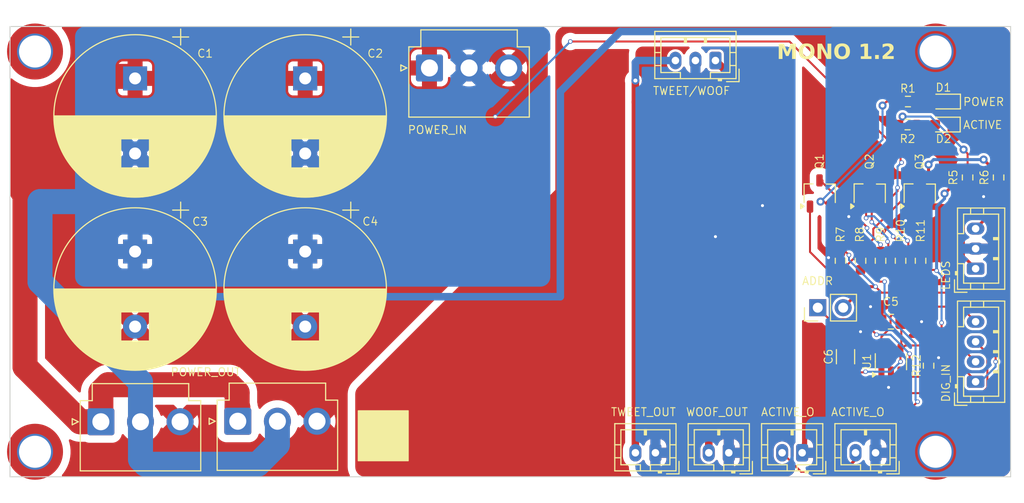
<source format=kicad_pcb>
(kicad_pcb (version 20241229) (generator "pcbnew") (generator_version "9.0")
  (layers (0 "F.Cu" signal) (2 "B.Cu" signal) (13 "F.Paste" user) (15 "B.Paste" user) (5 "F.SilkS" user "F.Silkscreen") (7 "B.SilkS" user "B.Silkscreen") (1 "F.Mask" user) (3 "B.Mask" user) (25 "Edge.Cuts" user))
  (net 0 "")
  (net 1 "PGND")
  (net 2 "POS")
  (net 3 "NEG")
  (net 4 "3V3")
  (net 5 "SCL")
  (net 6 "SDA")
  (net 7 "TWEETER")
  (net 8 "WOOFER")
  (net 9 "ACTIVE_IN")
  (net 10 "ACTIVE_OUT")
  (net 11 "AGND")
  (net 12 "Net-(Q1-B)")
  (net 13 "Net-(Q1-C)")
  (net 14 "Net-(Q2-B)")
  (net 15 "Net-(Q3-B)")
  (net 16 "ACTIVE_NEG")
  (net 17 "Net-(D1-A)")
  (net 18 "LED_ACTIVE")
  (net 19 "LED_STANDBY")
  (net 20 "Net-(D2-A)")
  (net 21 "Net-(J4-Pin_1)")
  (footprint "Capacitor_THT:CP_Radial_D16.0mm_P7.50mm" (layer "F.Cu") (at 98.4 95.987246 -90)
    (property "Reference" "C3")
    (property "Value" "2200u 50V")
  )
  (footprint "Connector_JST:JST_PH_B2B-PH-K_1x02_P2.00mm_Vertical" (layer "F.Cu") (at 150.4 116.1 180)
    (property "Reference" "J8" (hide yes))
    (property "Value" "Conn_01x02_Pin")
  )
  (footprint "Capacitor_THT:CP_Radial_D16.0mm_P7.50mm" (layer "F.Cu") (at 98.4 78.687246 -90)
    (property "Reference" "C1")
    (property "Value" "2200u 50V")
  )
  (footprint "Resistor_SMD:R_0603_1608Metric_Pad0.98x0.95mm_HandSolder" (layer "F.Cu") (at 174.9 96.9125 90)
    (property "Reference" "R10")
    (property "Value" "50K")
  )
  (footprint "MountingHole:MountingHole_3.2mm_M3_DIN965_Pad_TopOnly" (layer "F.Cu") (at 88.4 76 90)
    (property "Reference" "H1" (hide yes))
    (property "Value" "MountingHole")
  )
  (footprint "MountingHole:MountingHole_3.2mm_M3_DIN965_Pad_TopOnly" (layer "F.Cu") (at 88.4 116 90)
    (property "Reference" "H3" (hide yes))
    (property "Value" "MountingHole")
  )
  (footprint "MountingHole:MountingHole_3.2mm_M3_DIN965_Pad_TopOnly" (layer "F.Cu") (at 178.4 76 90)
    (property "Reference" "H2" (hide yes))
    (property "Value" "MountingHole")
  )
  (footprint "Connector_JST:JST_VH_B3P-VH-B_1x03_P3.96mm_Vertical" (layer "F.Cu") (at 108.6625 112.95)
    (property "Reference" "J6" (hide yes))
    (property "Value" "Conn_01x03_Male")
  )
  (footprint "Connector_JST:JST_VH_B3P-VH-B_1x03_P3.96mm_Vertical" (layer "F.Cu") (at 94.98 113)
    (property "Reference" "J7" (hide yes))
    (property "Value" "Conn_01x03_Male")
  )
  (footprint "Package_TO_SOT_SMD:TSOT-23" (layer "F.Cu") (at 166.8 90.19 90)
    (property "Reference" "Q1")
    (property "Value" "BC807")
  )
  (footprint "Connector_JST:JST_PH_B2B-PH-K_1x02_P2.00mm_Vertical" (layer "F.Cu") (at 157.733333 116.1 180)
    (property "Reference" "J9" (hide yes))
    (property "Value" "Conn_01x02_Pin")
  )
  (footprint "Connector_JST:JST_PH_B2B-PH-K_1x02_P2.00mm_Vertical" (layer "F.Cu") (at 165.066666 116.1 180)
    (property "Reference" "J10" (hide yes))
    (property "Value" "Conn_01x02_Pin")
  )
  (footprint "Connector_JST:JST_PH_B3B-PH-K_1x03_P2.00mm_Vertical" (layer "F.Cu") (at 182.4 97.7 90)
    (property "Reference" "J3" (hide yes))
    (property "Value" "Conn_01x03_Pin")
  )
  (footprint "Resistor_SMD:R_0603_1608Metric_Pad0.98x0.95mm_HandSolder" (layer "F.Cu") (at 170.9 96.9125 -90)
    (property "Reference" "R8")
    (property "Value" "1K")
  )
  (footprint "Connector_JST:JST_VH_B3P-VH-B_1x03_P3.96mm_Vertical" (layer "F.Cu") (at 127.8175 77.64375)
    (property "Reference" "J2" (hide yes))
    (property "Value" "Conn_01x03_Male")
  )
  (footprint "Capacitor_SMD:C_0805_2012Metric_Pad1.18x1.45mm_HandSolder" (layer "F.Cu") (at 173.9375 103 180)
    (property "Reference" "C5")
    (property "Value" "0.1u")
  )
  (footprint "Connector_PinHeader_2.54mm:PinHeader_1x02_P2.54mm_Vertical" (layer "F.Cu") (at 166.625 101.6 90)
    (property "Reference" "J4" (hide yes))
    (property "Value" "Conn_01x02_Pin")
  )
  (footprint "Package_TO_SOT_SMD:TSOT-23" (layer "F.Cu") (at 171.8 90.19 90)
    (property "Reference" "Q2")
    (property "Value" "BC817K-40")
  )
  (footprint "Capacitor_THT:CP_Radial_D16.0mm_P7.50mm" (layer "F.Cu") (at 115.4 95.987246 -90)
    (property "Reference" "C4")
    (property "Value" "2200u 50V")
  )
  (footprint "Connector_JST:JST_PH_B3B-PH-K_1x03_P2.00mm_Vertical" (layer "F.Cu") (at 156.4 76.9 180)
    (property "Reference" "J1" (hide yes))
    (property "Value" "Conn_01x03_Pin")
  )
  (footprint "Connector_JST:JST_PH_B2B-PH-K_1x02_P2.00mm_Vertical" (layer "F.Cu") (at 172.4 116.1 180)
    (property "Reference" "J11" (hide yes))
    (property "Value" "Conn_01x02_Pin")
  )
  (footprint "LED_SMD:LED_0603_1608Metric_Pad1.05x0.95mm_HandSolder" (layer "F.Cu") (at 179.225 81 180)
    (property "Reference" "D1")
    (property "Value" "BLUE")
  )
  (footprint "LED_SMD:LED_0603_1608Metric_Pad1.05x0.95mm_HandSolder" (layer "F.Cu") (at 179.2 83.3 180)
    (property "Reference" "D2")
    (property "Value" "RED")
  )
  (footprint "Capacitor_THT:CP_Radial_D16.0mm_P7.50mm" (layer "F.Cu") (at 115.4 78.687246 -90)
    (property "Reference" "C2")
    (property "Value" "2200u 50V")
  )
  (footprint "Resistor_SMD:R_0603_1608Metric_Pad0.98x0.95mm_HandSolder" (layer "F.Cu") (at 181.6 88.5875 90)
    (property "Reference" "R5")
    (property "Value" "550R")
  )
  (footprint "Resistor_SMD:R_0603_1608Metric_Pad0.98x0.95mm_HandSolder" (layer "F.Cu") (at 172.9 96.9125 90)
    (property "Reference" "R9")
    (property "Value" "100K")
  )
  (footprint "Resistor_SMD:R_0603_1608Metric_Pad0.98x0.95mm_HandSolder" (layer "F.Cu") (at 184.7 88.5875 90)
    (property "Reference" "R6")
    (property "Value" "150R")
  )
  (footprint "Connector_JST:JST_PH_B4B-PH-K_1x04_P2.00mm_Vertical" (layer "F.Cu") (at 182.4 109 90)
    (property "Reference" "J5" (hide yes))
    (property "Value" "Conn_01x04_Pin")
  )
  (footprint "Resistor_SMD:R_0603_1608Metric_Pad0.98x0.95mm_HandSolder" (layer "F.Cu") (at 175.6375 81 180)
    (property "Reference" "R1")
    (property "Value" "150R")
  )
  (footprint "Resistor_SMD:R_0603_1608Metric_Pad0.98x0.95mm_HandSolder" (layer "F.Cu") (at 176.9 96.9125 90)
    (property "Reference" "R11")
    (property "Value" "1K")
  )
  (footprint "Resistor_SMD:R_0603_1608Metric_Pad0.98x0.95mm_HandSolder" (layer "F.Cu") (at 177.7 107.4 90)
    (property "Reference" "R12")
    (property "Value" "4.7k")
  )
  (footprint "MountingHole:MountingHole_3.2mm_M3_DIN965_Pad_TopOnly" (layer "F.Cu") (at 178.4 116 90)
    (property "Reference" "H4" (hide yes))
    (property "Value" "MountingHole")
  )
  (footprint "Package_TO_SOT_SMD:TSOT-23" (layer "F.Cu") (at 176.8 90.19 90)
    (property "Reference" "Q3")
    (property "Value" "BC817K-40")
  )
  (footprint "Resistor_SMD:R_0603_1608Metric_Pad0.98x0.95mm_HandSolder" (layer "F.Cu") (at 168.9 96.9125 90)
    (property "Reference" "R7")
    (property "Value" "10k")
  )
  (footprint "Capacitor_SMD:C_1206_3216Metric_Pad1.33x1.80mm_HandSolder" (layer "F.Cu") (at 169.4 106.5 90)
    (property "Reference" "C6")
    (property "Value" "10u")
  )
  (footprint "Resistor_SMD:R_0603_1608Metric_Pad0.98x0.95mm_HandSolder" (layer "F.Cu") (at 175.6 83.3 180)
    (property "Reference" "R2")
    (property "Value" "300R")
  )
  (footprint "Package_TO_SOT_SMD:SOT-23-6" (layer "F.Cu") (at 173.9375 107 90)
    (property "Reference" "U1")
    (property "Value" "TMP100")
  )
  (gr_rect (start 120.7 111.9) (end 125.7 116.9) (stroke (width 0.1)) (fill yes) (layer "F.SilkS"))
  (gr_line (start 85.9 118.5) (end 85.9 73.5) (stroke (width 0.1)) (layer "Edge.Cuts"))
  (gr_line (start 85.9 73.5) (end 185.9 73.5) (stroke (width 0.1)) (layer "Edge.Cuts"))
  (gr_line (start 185.9 73.5) (end 185.9 118.5) (stroke (width 0.1)) (layer "Edge.Cuts"))
  (gr_line (start 185.9 118.5) (end 85.9 118.5) (stroke (width 0.1)) (layer "Edge.Cuts"))
  (gr_text "LEDS" (at 179.9 99.9 90) (layer "F.SilkS") (effects (font (size 0.8 0.8) (thickness 0.1)) (justify left bottom)))
  (gr_text "DIG_IN" (at 179.9 111.1 90) (layer "F.SilkS") (effects (font (size 0.8 0.8) (thickness 0.1)) (justify left bottom)))
  (gr_text "ACTIVE" (at 181.1 83.8 0) (layer "F.SilkS") (effects (font (size 0.8 0.8) (thickness 0.1)) (justify left bottom)))
  (gr_text "POWER" (at 181.1 81.5 0) (layer "F.SilkS") (effects (font (size 0.8 0.8) (thickness 0.1)) (justify left bottom)))
  (gr_text "WOOF_OUT" (at 153.4 112.5 0) (layer "F.SilkS") (effects (font (size 0.8 0.8) (thickness 0.1)) (justify left bottom)))
  (gr_text "ADDR" (at 165 99.4 0) (layer "F.SilkS") (effects (font (size 0.8 0.8) (thickness 0.1)) (justify left bottom)))
  (gr_text "ACTIVE_O" (at 160.9 112.5 0) (layer "F.SilkS") (effects (font (size 0.8 0.8) (thickness 0.1)) (justify left bottom)))
  (gr_text "POWER_OUT" (at 101.9 108.5 0) (layer "F.SilkS") (effects (font (size 0.8 0.8) (thickness 0.1)) (justify left bottom)))
  (gr_text "POWER_IN" (at 125.6 84.3 0) (layer "F.SilkS") (effects (font (size 0.8 0.8) (thickness 0.1)) (justify left bottom)))
  (gr_text "TWEET/WOOF" (at 150.1 80.4 0) (layer "F.SilkS") (effects (font (size 0.8 0.8) (thickness 0.1)) (justify left bottom)))
  (gr_text "MONO 1.2" (at 174.4 77 0) (layer "F.SilkS") (effects (font (size 1.5 1.5) (thickness 0.1) (bold yes)) (justify right bottom)))
  (gr_text "TWEET_OUT" (at 145.9 112.5 0) (layer "F.SilkS") (effects (font (size 0.8 0.8) (thickness 0.1)) (justify left bottom)))
  (gr_text "ACTIVE_O" (at 167.9 112.5 0) (layer "F.SilkS") (effects (font (size 0.8 0.8) (thickness 0.1)) (justify left bottom)))
  (segment (start 172.9 102.5) (end 171.9 101.5) (width 0.2) (layer "F.Cu") (net 1))
  (segment (start 173.9375 109.328851) (end 173.70049 109.565861) (width 0.2) (layer "F.Cu") (net 1))
  (segment (start 177.7 106.4875) (end 178.5875 106.4875) (width 0.3) (layer "F.Cu") (net 1))
  (segment (start 173.9375 108.1375) (end 173.9375 109.328851) (width 0.2) (layer "F.Cu") (net 1))
  (segment (start 178.5875 106.4875) (end 178.7 106.6) (width 0.3) (layer "F.Cu") (net 1))
  (segment (start 169.9625 104.9375) (end 170.9 104) (width 0.2) (layer "F.Cu") (net 1))
  (via (at 170.9 104) (size 0.45) (drill 0.3) (layers "F.Cu" "B.Cu") (net 1))
  (via (at 169.725 92.5) (size 0.45) (drill 0.3) (layers "F.Cu" "B.Cu") (net 1))
  (via (at 167.7 96.6) (size 0.45) (drill 0.3) (layers "F.Cu" "B.Cu") (net 1))
  (via (at 178.7 106.6) (size 0.45) (drill 0.3) (layers "F.Cu" "B.Cu") (net 1))
  (via (at 171.9 101.5) (size 0.45) (drill 0.3) (layers "F.Cu" "B.Cu") (net 1))
  (via (at 175.4 92.9) (size 0.45) (drill 0.3) (layers "F.Cu" "B.Cu") (net 1))
  (via (at 177 103) (size 0.45) (drill 0.3) (layers "F.Cu" "B.Cu") (net 1))
  (via (at 173.70049 109.565861) (size 0.45) (drill 0.3) (layers "F.Cu" "B.Cu") (net 1))
  (via (at 183.2 90.5) (size 0.45) (drill 0.3) (layers "F.Cu" "B.Cu") (net 1))
  (segment (start 88.9 91) (end 97.4 91) (width 2.5) (layer "B.Cu") (net 1))
  (segment (start 99.45 117.25) (end 98.94 116.74) (width 2.5) (layer "B.Cu") (net 1))
  (segment (start 139.9 100.5) (end 92.4 100.5) (width 0.75) (layer "B.Cu") (net 1))
  (segment (start 98.94 109.04) (end 91.4 101.5) (width 2.5) (layer "B.Cu") (net 1))
  (segment (start 167.9 74) (end 146.9 74) (width 0.75) (layer "B.Cu") (net 1))
  (segment (start 140.9 80) (end 140.9 100.5) (width 0.75) (layer "B.Cu") (net 1))
  (segment (start 97.4 91) (end 97.9 90.5) (width 2.5) (layer "B.Cu") (net 1))
  (segment (start 92.4 100.5) (end 91.4 101.5) (width 0.75) (layer "B.Cu") (net 1))
  (segment (start 140.9 100.5) (end 139.9 100.5) (width 0.75) (layer "B.Cu") (net 1))
  (segment (start 98.94 113) (end 98.94 109.04) (width 2.5) (layer "B.Cu") (net 1))
  (segment (start 88.9 99) (end 88.9 91) (width 2.5) (layer "B.Cu") (net 1))
  (segment (start 112.6225 115.2775) (end 110.65 117.25) (width 2.5) (layer "B.Cu") (net 1))
  (segment (start 112.6225 112.95) (end 112.6225 115.2775) (width 2.5) (layer "B.Cu") (net 1))
  (segment (start 146.9 74) (end 140.9 80) (width 0.75) (layer "B.Cu") (net 1))
  (segment (start 91.4 101.5) (end 88.9 99) (width 2.5) (layer "B.Cu") (net 1))
  (segment (start 98.94 116.74) (end 98.94 113) (width 2.5) (layer "B.Cu") (net 1))
  (segment (start 110.65 117.25) (end 99.45 117.25) (width 2.5) (layer "B.Cu") (net 1))
  (segment (start 94.98 113) (end 94.98 110.02) (width 2.5) (layer "F.Cu") (net 2))
  (segment (start 87.4 85.25) (end 87.4 107.5) (width 2.5) (layer "F.Cu") (net 2))
  (segment (start 94.312754 78.487246) (end 87.8 85) (width 2.5) (layer "F.Cu") (net 2))
  (segment (start 127.8175 77.64375) (end 127.7 77.76125) (width 2.5) (layer "F.Cu") (net 2))
  (segment (start 92.9 113) (end 94.98 113) (width 2.5) (layer "F.Cu") (net 2))
  (segment (start 108.6 111.5) (end 108.6625 111.5625) (width 2.5) (layer "F.Cu") (net 2))
  (segment (start 108.6 110.1) (end 108.6 111.5) (width 2.5) (layer "F.Cu") (net 2))
  (segment (start 94.98 110.02) (end 95.7 109.3) (width 2.5) (layer "F.Cu") (net 2))
  (segment (start 95.7 109.3) (end 107.8 109.3) (width 2.5) (layer "F.Cu") (net 2))
  (segment (start 108.6625 111.5625) (end 108.6625 112.95) (width 2.5) (layer "F.Cu") (net 2))
  (segment (start 107.8 109.3) (end 108.6 110.1) (width 2.5) (layer "F.Cu") (net 2))
  (segment (start 87.4 107.5) (end 92.9 113) (width 2.5) (layer "F.Cu") (net 2))
  (segment (start 98.4 78.487246) (end 94.312754 78.487246) (width 2.5) (layer "F.Cu") (net 2))
  (segment (start 141.9 75) (end 163.8 75) (width 0.2) (layer "F.Cu") (net 3))
  (segment (start 174.9 86.1) (end 174.9 87) (width 0.2) (layer "F.Cu") (net 3))
  (segment (start 173.05 91.5) (end 174.6 89.95) (width 0.2) (layer "F.Cu") (net 3))
  (segment (start 116.5825 112.95) (end 116.5825 116.1175) (width 2.5) (layer "F.Cu") (net 3))
  (segment (start 103.35 117.25) (end 103.1 117) (width 2.5) (layer "F.Cu") (net 3))
  (segment (start 116.5825 116.1175) (end 115.45 117.25) (width 2.5) (layer "F.Cu") (net 3))
  (segment (start 116.5825 112.95) (end 116.5825 104.6825) (width 2.5) (layer "F.Cu") (net 3))
  (segment (start 174.6 89.95) (end 174.6 89.6) (width 0.2) (layer "F.Cu") (net 3))
  (segment (start 103.1 117) (end 103.1 115.6) (width 2.5) (layer "F.Cu") (net 3))
  (segment (start 103.1 115.6) (end 102.9 115.4) (width 2.5) (layer "F.Cu") (net 3))
  (segment (start 174.9 87) (end 175 87.1) (width 0.2) (layer "F.Cu") (net 3))
  (segment (start 163.8 75) (end 174.9 86.1) (width 0.2) (layer "F.Cu") (net 3))
  (segment (start 175.675 94.975) (end 175.6 94.9) (width 0.2) (layer "F.Cu") (net 3))
  (segment (start 175.675 97.05) (end 175.675 94.975) (width 0.2) (layer "F.Cu") (net 3))
  (segment (start 115.45 117.25) (end 103.35 117.25) (width 2.5) (layer "F.Cu") (net 3))
  (segment (start 102.9 115.4) (end 102.9 113) (width 2.5) (layer "F.Cu") (net 3))
  (segment (start 116.5825 104.6825) (end 115.4 103.5) (width 2.5) (layer "F.Cu") (net 3))
  (segment (start 174.9 97.825) (end 175.675 97.05) (width 0.2) (layer "F.Cu") (net 3))
  (via (at 175 87.1) (size 0.45) (drill 0.3) (layers "F.Cu" "B.Cu") (net 3))
  (via (at 141.9 75) (size 0.45) (drill 0.3) (layers "F.Cu" "B.Cu") (net 3))
  (via (at 134.4 82.5) (size 0.45) (drill 0.3) (layers "F.Cu" "B.Cu") (net 3))
  (via (at 175.6 94.9) (size 0.45) (drill 0.3) (layers "F.Cu" "B.Cu") (net 3))
  (via (at 174.6 89.6) (size 0.45) (drill 0.3) (layers "F.Cu" "B.Cu") (net 3))
  (segment (start 174.6 87.5) (end 174.6 89.6) (width 0.2) (layer "B.Cu") (net 3))
  (segment (start 174.6 89.6) (end 174.5 89.7) (width 0.2) (layer "B.Cu") (net 3))
  (segment (start 174.5 93.8) (end 175.6 94.9) (width 0.2) (layer "B.Cu") (net 3))
  (segment (start 174.5 89.7) (end 174.5 93.8) (width 0.2) (layer "B.Cu") (net 3))
  (segment (start 175 87.1) (end 174.6 87.5) (width 0.2) (layer "B.Cu") (net 3))
  (segment (start 134.4 82.5) (end 141.9 75) (width 0.2) (layer "B.Cu") (net 3))
  (segment (start 174.8875 106.9875) (end 174.9 107) (width 0.2) (layer "F.Cu") (net 4))
  (segment (start 171.265 99.5) (end 172.4 99.5) (width 0.3) (layer "F.Cu") (net 4))
  (segment (start 173.5 81) (end 173.1 81.4) (width 0.2) (layer "F.Cu") (net 4))
  (segment (start 184.4 102.5) (end 182 100.1) (width 0.2) (layer "F.Cu") (net 4))
  (segment (start 174.8875 105.8625) (end 174.503185 105.8625) (width 0.2) (layer "F.Cu") (net 4))
  (segment (start 178.875 105.375) (end 175.375 105.375) (width 0.2) (layer "F.Cu") (net 4))
  (segment (start 169.165 101.6) (end 171.265 99.5) (width 0.3) (layer "F.Cu") (net 4))
  (segment (start 184.4 107) (end 184.4 102.5) (width 0.2) (layer "F.Cu") (net 4))
  (segment (start 174.975 103) (end 174.975 105.775) (width 0.2) (layer "F.Cu") (net 4))
  (segment (start 169.4 108.0625) (end 171.3375 108.0625) (width 0.2) (layer "F.Cu") (net 4))
  (segment (start 167.75 91.5) (end 167.75 94.85) (width 0.2) (layer "F.Cu") (net 4))
  (segment (start 173 100.1) (end 172.4 99.5) (width 0.2) (layer "F.Cu") (net 4))
  (segment (start 168.9 96) (end 169.4 96) (width 0.2) (layer "F.Cu") (net 4))
  (segment (start 167.25 91) (end 167.75 91.5) (width 0.2) (layer "F.Cu") (net 4))
  (segment (start 182.4 108.9) (end 178.875 105.375) (width 0.2) (layer "F.Cu") (net 4))
  (segment (start 174.503185 105.8625) (end 174.220342 105.579657) (width 0.2) (layer "F.Cu") (net 4))
  (segment (start 175.375 105.375) (end 174.8875 105.8625) (width 0.2) (layer "F.Cu") (net 4))
  (segment (start 182 100.1) (end 173 100.1) (width 0.2) (layer "F.Cu") (net 4))
  (segment (start 171.3375 108.0625) (end 171.4 108) (width 0.2) (layer "F.Cu") (net 4))
  (segment (start 167.75 94.85) (end 168.9 96) (width 0.2) (layer "F.Cu") (net 4))
  (segment (start 174.8875 105.8625) (end 174.8875 106.9875) (width 0.2) (layer "F.Cu") (net 4))
  (segment (start 174.725 81) (end 173.5 81) (width 0.2) (layer "F.Cu") (net 4))
  (segment (start 166.9 91) (end 167.25 91) (width 0.2) (layer "F.Cu") (net 4))
  (segment (start 169.4 96) (end 169.743413 96.343413) (width 0.2) (layer "F.Cu") (net 4))
  (via (at 172.4 99.5) (size 0.45) (drill 0.3) (layers "F.Cu" "B.Cu") (net 4))
  (via (at 173.1 81.4) (size 0.8) (drill 0.4) (layers "F.Cu" "B.Cu") (net 4))
  (via (at 166.9 91) (size 0.8) (drill 0.4) (layers "F.Cu" "B.Cu") (net 4))
  (via (at 171.4 108) (size 0.45) (drill 0.3) (layers "F.Cu" "B.Cu") (net 4))
  (via (at 169.743413 96.343413) (size 0.45) (drill 0.3) (layers "F.Cu" "B.Cu") (net 4))
  (via (at 174.9 107) (size 0.45) (drill 0.3) (layers "F.Cu" "B.Cu") (net 4))
  (via (at 184.4 107) (size 0.45) (drill 0.3) (layers "F.Cu" "B.Cu") (net 4))
  (segment (start 169.743413 96.843413) (end 169.743413 96.343413) (width 0.2) (layer "B.Cu") (net 4))
  (segment (start 171.4 108) (end 173.9 108) (width 0.2) (layer "B.Cu") (net 4))
  (segment (start 172.4 99.5) (end 169.743413 96.843413) (width 0.2) (layer "B.Cu") (net 4))
  (segment (start 166.9 91) (end 173.1 84.8) (width 0.2) (layer "B.Cu") (net 4))
  (segment (start 182.9 109) (end 184.4 107.5) (width 0.2) (layer "B.Cu") (net 4))
  (segment (start 173.1 84.8) (end 173.1 81.4) (width 0.2) (layer "B.Cu") (net 4))
  (segment (start 184.4 107.5) (end 184.4 107) (width 0.2) (layer "B.Cu") (net 4))
  (segment (start 173.9 108) (end 174.9 107) (width 0.2) (layer "B.Cu") (net 4))
  (segment (start 183.575 106.175) (end 183.575 109.584744) (width 0.2) (layer "F.Cu") (net 5))
  (segment (start 183.018883 110.140861) (end 173.12549 110.140861) (width 0.2) (layer "F.Cu") (net 5))
  (segment (start 172.9875 110.002871) (end 172.9875 108.1375) (width 0.2) (layer "F.Cu") (net 5))
  (segment (start 182.4 105) (end 183.575 106.175) (width 0.2) (layer "F.Cu") (net 5))
  (segment (start 183.575 109.584744) (end 183.018883 110.140861) (width 0.2) (layer "F.Cu") (net 5))
  (segment (start 173.12549 110.140861) (end 172.9875 110.002871) (width 0.2) (layer "F.Cu") (net 5))
  (segment (start 172.9875 104.509744) (end 173.9 103.597244) (width 0.2) (layer "F.Cu") (net 6))
  (segment (start 173.9 103.597244) (end 173.9 102.477756) (width 0.2) (layer "F.Cu") (net 6))
  (segment (start 174.877756 101.5) (end 180.9 101.5) (width 0.2) (layer "F.Cu") (net 6))
  (segment (start 180.9 101.5) (end 182.4 103) (width 0.2) (layer "F.Cu") (net 6))
  (segment (start 173.9 102.477756) (end 174.877756 101.5) (width 0.2) (layer "F.Cu") (net 6))
  (segment (start 172.9875 105.8625) (end 172.9875 104.509744) (width 0.2) (layer "F.Cu") (net 6))
  (segment (start 148.4 81.05) (end 148.4 78.9) (width 0.75) (layer "F.Cu") (net 7))
  (segment (start 148.4 81.05) (end 148.4 116.1) (width 0.75) (layer "F.Cu") (net 7))
  (via (at 148.4 78.9) (size 0.8) (drill 0.4) (layers "F.Cu" "B.Cu") (net 7))
  (segment (start 148.6 76.9) (end 152.4 76.9) (width 0.75) (layer "B.Cu") (net 7))
  (segment (start 148.4 77.1) (end 148.6 76.9) (width 0.75) (layer "B.Cu") (net 7))
  (segment (start 148.4 78.9) (end 148.4 77.1) (width 0.75) (layer "B.Cu") (net 7))
  (segment (start 155.733333 114.666667) (end 155.733333 116.1) (width 0.75) (layer "F.Cu") (net 8))
  (segment (start 158.4 112) (end 155.733333 114.666667) (width 0.75) (layer "F.Cu") (net 8))
  (segment (start 156.4 76.9) (end 158.4 78.9) (width 0.75) (layer "F.Cu") (net 8))
  (segment (start 158.4 78.9) (end 158.4 112) (width 0.75) (layer "F.Cu") (net 8))
  (segment (start 181.6 87.675) (end 181.6 86.2) (width 0.2) (layer "F.Cu") (net 9))
  (segment (start 176.9 97.825) (end 178.424994 97.825) (width 0.2) (layer "F.Cu") (net 9))
  (segment (start 175.1 82.8875) (end 174.6875 83.3) (width 0.2) (layer "F.Cu") (net 9))
  (segment (start 179 103.6) (end 179 103.1) (width 0.2) (layer "F.Cu") (net 9))
  (segment (start 181.6 86.2) (end 181.2 85.8) (width 0.2) (layer "F.Cu") (net 9))
  (segment (start 182.4 107) (end 179 103.6) (width 0.2) (layer "F.Cu") (net 9))
  (segment (start 178.424994 97.825) (end 178.5 97.900006) (width 0.2) (layer "F.Cu") (net 9))
  (segment (start 181.6 87.9) (end 179.3 90.2) (width 0.3) (layer "F.Cu") (net 9))
  (segment (start 175.1 82.5) (end 175.1 82.8875) (width 0.2) (layer "F.Cu") (net 9))
  (via (at 181.2 85.8) (size 0.8) (drill 0.4) (layers "F.Cu" "B.Cu") (net 9))
  (via (at 179 103.1) (size 0.45) (drill 0.3) (layers "F.Cu" "B.Cu") (net 9))
  (via (at 179.3 90.2) (size 0.8) (drill 0.4) (layers "F.Cu" "B.Cu") (net 9))
  (via (at 178.5 97.900006) (size 0.45) (drill 0.3) (layers "F.Cu" "B.Cu") (net 9))
  (via (at 175.1 82.5) (size 0.8) (drill 0.4) (layers "F.Cu" "B.Cu") (net 9))
  (segment (start 178.5 91.5) (end 178.5 97.900006) (width 0.3) (layer "B.Cu") (net 9))
  (segment (start 179 98.400006) (end 178.5 97.900006) (width 0.2) (layer "B.Cu") (net 9))
  (segment (start 181.2 85.8) (end 177.9 82.5) (width 0.2) (layer "B.Cu") (net 9))
  (segment (start 179.3 90.7) (end 178.5 91.5) (width 0.3) (layer "B.Cu") (net 9))
  (segment (start 179.3 90.2) (end 179.3 90.7) (width 0.3) (layer "B.Cu") (net 9))
  (segment (start 177.9 82.5) (end 175.1 82.5) (width 0.2) (layer "B.Cu") (net 9))
  (segment (start 179 103.1) (end 179 98.400006) (width 0.2) (layer "B.Cu") (net 9))
  (segment (start 172.433278 97.0375) (end 173.116722 97.0375) (width 0.2) (layer "F.Cu") (net 10))
  (segment (start 173.116722 97.0375) (end 173.675 96.479222) (width 0.2) (layer "F.Cu") (net 10))
  (segment (start 172.020764 89.710763) (end 172.020764 93.04057) (width 0.2) (layer "F.Cu") (net 10))
  (segment (start 174.9 118) (end 169.175 118) (width 0.2) (layer "F.Cu") (net 10))
  (segment (start 176.6 111) (end 174.9 112.7) (width 0.2) (layer "F.Cu") (net 10))
  (segment (start 173.675 95.064898) (end 173.599831 94.989729) (width 0.2) (layer "F.Cu") (net 10))
  (segment (start 172.125 97.345778) (end 172.433278 97.0375) (width 0.2) (layer "F.Cu") (net 10))
  (segment (start 170.4 116.1) (end 170.4 116.775) (width 0.3) (layer "F.Cu") (net 10))
  (segment (start 169.9 117.275) (end 169.175 118) (width 0.2) (layer "F.Cu") (net 10))
  (segment (start 171.8 89.489999) (end 172.020764 89.710763) (width 0.2) (layer "F.Cu") (net 10))
  (segment (start 164.966666 118) (end 163.066666 116.1) (width 0.2) (layer "F.Cu") (net 10))
  (segment (start 169.175 118) (end 164.966666 118) (width 0.2) (layer "F.Cu") (net 10))
  (segment (start 173.675 96.479222) (end 173.675 95.064898) (width 0.2) (layer "F.Cu") (net 10))
  (segment (start 170.4 116.775) (end 169.9 117.275) (width 0.3) (layer "F.Cu") (net 10))
  (segment (start 172.125 98.304222) (end 172.125 97.345778) (width 0.2) (layer "F.Cu") (net 10))
  (segment (start 172.06 89.14) (end 171.8 88.88) (width 0.2) (layer "F.Cu") (net 10))
  (segment (start 171.8 88.88) (end 171.8 89.489999) (width 0.2) (layer "F.Cu") (net 10))
  (segment (start 173.3 99) (end 172.820778 99) (width 0.2) (layer "F.Cu") (net 10))
  (segment (start 172.820778 99) (end 172.125 98.304222) (width 0.2) (layer "F.Cu") (net 10))
  (segment (start 174.9 112.7) (end 174.9 118) (width 0.2) (layer "F.Cu") (net 10))
  (via (at 172.020764 93.04057) (size 0.45) (drill 0.3) (layers "F.Cu" "B.Cu") (net 10))
  (via (at 173.3 99) (size 0.45) (drill 0.3) (layers "F.Cu" "B.Cu") (net 10))
  (via (at 176.6 111) (size 0.45) (drill 0.3) (layers "F.Cu" "B.Cu") (net 10))
  (via (at 173.599831 94.989729) (size 0.45) (drill 0.3) (layers "F.Cu" "B.Cu") (net 10))
  (segment (start 173.599831 94.619637) (end 172.020764 93.04057) (width 0.2) (layer "B.Cu") (net 10))
  (segment (start 173.3 99) (end 173.3 102.1) (width 0.2) (layer "B.Cu") (net 10))
  (segment (start 173.3 102.1) (end 176.4 105.2) (width 0.2) (layer "B.Cu") (net 10))
  (segment (start 176.4 110.8) (end 176.6 111) (width 0.2) (layer "B.Cu") (net 10))
  (segment (start 173.599831 94.989729) (end 173.599831 94.619637) (width 0.2) (layer "B.Cu") (net 10))
  (segment (start 176.4 105.2) (end 176.4 110.8) (width 0.2) (layer "B.Cu") (net 10))
  (via (at 156.4 94.5) (size 0.45) (drill 0.3) (layers "F.Cu" "B.Cu") (net 11))
  (via (at 161.1 91.4) (size 0.45) (drill 0.3) (layers "F.Cu" "B.Cu") (net 11))
  (segment (start 170.025 98.7) (end 170.9 97.825) (width 0.2) (layer "F.Cu") (net 12))
  (segment (start 168.520778 98.7) (end 170.025 98.7) (width 0.2) (layer "F.Cu") (net 12))
  (segment (start 165.85 96.029222) (end 168.520778 98.7) (width 0.2) (layer "F.Cu") (net 12))
  (segment (start 165.85 91.5) (end 165.85 96.029222) (width 0.2) (layer "F.Cu") (net 12))
  (segment (start 167.1 89.1) (end 171.543415 93.543415) (width 0.2) (layer "F.Cu") (net 13))
  (segment (start 172.9 96) (end 172.9 95.3) (width 0.2) (layer "F.Cu") (net 13))
  (segment (start 167.1 88.88) (end 167.1 89.1) (width 0.2) (layer "F.Cu") (net 13))
  (segment (start 171.543415 93.543415) (end 171.543415 93.643412) (width 0.2) (layer "F.Cu") (net 13))
  (via (at 171.543415 93.643412) (size 0.45) (drill 0.3) (layers "F.Cu" "B.Cu") (net 13))
  (via (at 172.9 95.3) (size 0.45) (drill 0.3) (layers "F.Cu" "B.Cu") (net 13))
  (segment (start 171.543415 93.943415) (end 172.9 95.3) (width 0.2) (layer "B.Cu") (net 13))
  (segment (start 171.543415 93.643412) (end 171.543415 93.943415) (width 0.2) (layer "B.Cu") (net 13))
  (segment (start 173.075 97.825) (end 174.9 96) (width 0.2) (layer "F.Cu") (net 14))
  (segment (start 171.45594 92.10594) (end 171.45594 92.642767) (width 0.2) (layer "F.Cu") (net 14))
  (segment (start 170.85 91.5) (end 171.45594 92.10594) (width 0.2) (layer "F.Cu") (net 14))
  (segment (start 174.9 96) (end 174.9 95.226818) (width 0.2) (layer "F.Cu") (net 14))
  (segment (start 174.9 95.226818) (end 174.159056 94.485874) (width 0.2) (layer "F.Cu") (net 14))
  (via (at 171.45594 92.642767) (size 0.45) (drill 0.3) (layers "F.Cu" "B.Cu") (net 14))
  (via (at 174.159056 94.485874) (size 0.45) (drill 0.3) (layers "F.Cu" "B.Cu") (net 14))
  (segment (start 172.258937 92.46557) (end 174.159056 94.365689) (width 0.2) (layer "B.Cu") (net 14))
  (segment (start 174.159056 94.365689) (end 174.159056 94.485874) (width 0.2) (layer "B.Cu") (net 14))
  (segment (start 171.633137 92.46557) (end 172.258937 92.46557) (width 0.2) (layer "B.Cu") (net 14))
  (segment (start 171.45594 92.642767) (end 171.633137 92.46557) (width 0.2) (layer "B.Cu") (net 14))
  (segment (start 176.9 92.55) (end 176.9 96) (width 0.2) (layer "F.Cu") (net 15))
  (segment (start 175.85 91.5) (end 176.9 92.55) (width 0.2) (layer "F.Cu") (net 15))
  (segment (start 177.7 87.3) (end 177.7 87.98) (width 0.3) (layer "F.Cu") (net 16))
  (segment (start 184.7 87.675) (end 184.075 87.675) (width 0.3) (layer "F.Cu") (net 16))
  (segment (start 169.075 97.825) (end 170.9 96) (width 0.2) (layer "F.Cu") (net 16))
  (segment (start 170.9 96) (end 172.175 94.725) (width 0.2) (layer "F.Cu") (net 16))
  (segment (start 172.175 93.725) (end 176.618576 89.281424) (width 0.2) (layer "F.Cu") (net 16))
  (segment (start 184.075 87.675) (end 183.2 86.8) (width 0.3) (layer "F.Cu") (net 16))
  (segment (start 172.175 94.725) (end 172.175 93.725) (width 0.2) (layer "F.Cu") (net 16))
  (segment (start 177.7 87.98) (end 176.8 88.88) (width 0.3) (layer "F.Cu") (net 16))
  (via (at 183.2 86.8) (size 0.8) (drill 0.4) (layers "F.Cu" "B.Cu") (net 16))
  (via (at 177.7 87.3) (size 0.8) (drill 0.4) (layers "F.Cu" "B.Cu") (net 16))
  (segment (start 183.2 86.8) (end 178.2 86.8) (width 0.3) (layer "B.Cu") (net 16))
  (segment (start 178.2 86.8) (end 177.7 87.3) (width 0.3) (layer "B.Cu") (net 16))
  (segment (start 176.55 81) (end 178.2875 81) (width 0.2) (layer "F.Cu") (net 17))
  (segment (start 181.175 89.925) (end 181.175 96.475) (width 0.3) (layer "F.Cu") (net 18))
  (segment (start 181.6 89.5) (end 181.175 89.925) (width 0.3) (layer "F.Cu") (net 18))
  (segment (start 181.175 96.475) (end 182.4 97.7) (width 0.3) (layer "F.Cu") (net 18))
  (segment (start 184.7 91.4) (end 182.4 93.7) (width 0.3) (layer "F.Cu") (net 19))
  (segment (start 184.7 89.5) (end 184.7 91.4) (width 0.3) (layer "F.Cu") (net 19))
  (segment (start 178.325 83.3) (end 176.5125 83.3) (width 0.2) (layer "F.Cu") (net 20))
  (segment (start 175.8 107.225) (end 175.8 106.2) (width 0.2) (layer "F.Cu") (net 21))
  (segment (start 167.775 102.75) (end 166.625 101.6) (width 0.2) (layer "F.Cu") (net 21))
  (segment (start 170.95 102.75) (end 167.775 102.75) (width 0.2) (layer "F.Cu") (net 21))
  (segment (start 172.5 104.3) (end 170.95 102.75) (width 0.2) (layer "F.Cu") (net 21))
  (segment (start 174.8875 108.1375) (end 175.8 107.225) (width 0.2) (layer "F.Cu") (net 21))
  (segment (start 175.25 108.5) (end 177.4375 108.5) (width 0.2) (layer "F.Cu") (net 21))
  (segment (start 174.8875 108.1375) (end 175.25 108.5) (width 0.2) (layer "F.Cu") (net 21))
  (via (at 172.5 104.3) (size 0.45) (drill 0.3) (layers "F.Cu" "B.Cu") (net 21))
  (via (at 175.8 106.2) (size 0.45) (drill 0.3) (layers "F.Cu" "B.Cu") (net 21))
  (segment (start 173.9 104.3) (end 172.5 104.3) (width 0.2) (layer "B.Cu") (net 21))
  (segment (start 175.8 106.2) (end 173.9 104.3) (width 0.2) (layer "B.Cu") (net 21))
  (zone (net 1) (net_name "PGND") (layer "F.Cu") (priority 5) (connect_pads (clearance 0.65)) (min_thickness 0.25) (fill yes (thermal_gap 0.5) (thermal_bridge_width 1) (smoothing fillet) (radius 1))
    (polygon (pts (xy 140.4 72.5) (xy 179.4 72.5) (xy 179.4 72.7) (xy 186.9 72.7) (xy 186.9 111.5) (xy 186.4 112) (xy 186.3 112) (xy 186.3 119.4) (xy 179.4 119.5) (xy 120.4 119.5) (xy 120.4 109.835806) (xy 140.4 89.835806)))
  )
  (zone (net 3) (net_name "NEG") (layer "F.Cu") (priority 2) (connect_pads (clearance 0.75)) (min_thickness 0.25) (fill yes (thermal_gap 0.5) (thermal_bridge_width 1.5) (smoothing fillet) (radius 1))
    (polygon (pts (xy 130.9 91.5) (xy 86.9 91.5) (xy 84.9 89.5) (xy 84.9 120.2) (xy 108.9 120.2) (xy 122.5 120.2) (xy 140.4 89.835806) (xy 139.8 72.5) (xy 132.4 72.5) (xy 130.9 72.5)))
  )
  (zone (net 2) (net_name "POS") (layer "F.Cu") (priority 1) (connect_pads (clearance 0.75)) (min_thickness 0.25) (fill yes (thermal_gap 0.5) (thermal_bridge_width 1.5) (smoothing fillet) (radius 1))
    (polygon (pts (xy 130.9 73.5) (xy 130.9 91.5) (xy 86.9 91.5) (xy 84.9 89.5) (xy 84.9 80) (xy 85.3 80) (xy 85.3 73) (xy 122.9 73)))
  )
  (zone (net 11) (net_name "AGND") (layers "F.Cu" "B.Cu") (priority 10) (connect_pads (clearance 0.25)) (min_thickness 0.25) (fill yes (thermal_gap 0.5) (thermal_bridge_width 1) (smoothing fillet) (radius 1))
    (polygon (pts (xy 164.4 119) (xy 164.4 75.5) (xy 149.9 75.5) (xy 148.4 75.5) (xy 148.4 120.5) (xy 162.9 120.5)))
  )
  (zone (net 1) (net_name "PGND") (layer "B.Cu") (connect_pads (clearance 0.75)) (min_thickness 0.25) (fill yes (thermal_gap 0.5) (thermal_bridge_width 1.5) (smoothing fillet) (radius 1))
    (polygon (pts (xy 139.9 99.5) (xy 92.4 99.5) (xy 92.4 73) (xy 139.9 73)))
  )
  (zone (net 1) (net_name "PGND") (layer "B.Cu") (priority 3) (connect_pads (clearance 0.25)) (min_thickness 0.25) (fill yes (thermal_gap 0.5) (thermal_bridge_width 1) (smoothing fillet) (radius 1))
    (polygon (pts (xy 187.2 73.5) (xy 187.2 79.5) (xy 186.9 79.5) (xy 186.9 112) (xy 187 112) (xy 187 119.7) (xy 178.9 119) (xy 165.4 119) (xy 165.4 112.5) (xy 167.4 112.5) (xy 167.4 89.949993) (xy 167.4 73.5)))
  )
)
</source>
